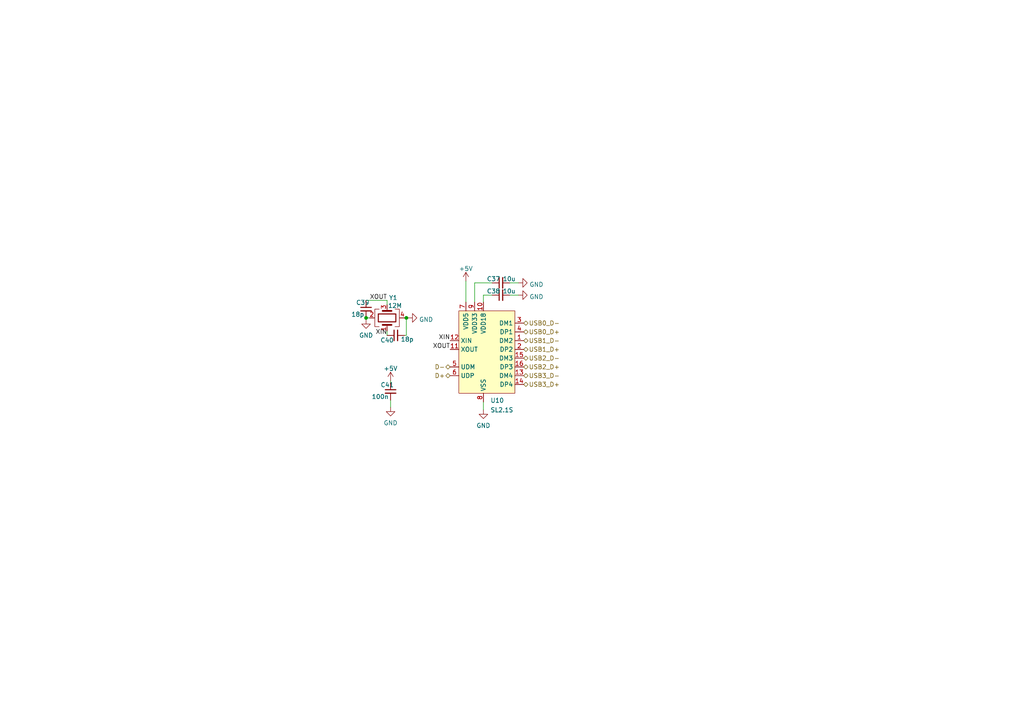
<source format=kicad_sch>
(kicad_sch (version 20230121) (generator eeschema)
  (paper "A4")
  (lib_symbols
    (symbol "Device:C_Small" (pin_numbers hide) (pin_names (offset 0.254) hide)
      (property "Reference" "C" (at 0.254 1.778 0))
      (property "Value" "C_Small" (at 0.254 -2.032 0))
      (symbol "C_Small_0_1"
        (polyline (pts (xy -1.524 -0.508) (xy 1.524 -0.508)) (stroke (width 0.3302)))
        (polyline (pts (xy -1.524 0.508) (xy 1.524 0.508)) (stroke (width 0.3048)))
      )
      (symbol "C_Small_1_1"
        (pin passive line (at 0 2.54 270) (length 2.032) (name "~") (number "1"))
        (pin passive line (at 0 -2.54 90) (length 2.032) (name "~") (number "2"))
      )
    )
    (symbol "Device:Crystal_GND24" (pin_names (offset 1.016) hide)
      (property "Reference" "Y" (at 3.175 5.08 0))
      (property "Value" "Crystal_GND24" (at 3.175 3.175 0))
      (symbol "Crystal_GND24_0_1"
        (rectangle (start -1.143 2.54) (end 1.143 -2.54) (stroke (width 0.3048)))
        (polyline (pts (xy -2.54 0) (xy -2.032 0)))
        (polyline (pts (xy -2.032 -1.27) (xy -2.032 1.27)) (stroke (width 0.508)))
        (polyline (pts (xy 0 -3.81) (xy 0 -3.556)))
        (polyline (pts (xy 0 3.556) (xy 0 3.81)))
        (polyline (pts (xy 2.032 -1.27) (xy 2.032 1.27)) (stroke (width 0.508)))
        (polyline (pts (xy 2.032 0) (xy 2.54 0)))
        (polyline (pts (xy -2.54 -2.286) (xy -2.54 -3.556) (xy 2.54 -3.556) (xy 2.54 -2.286)))
        (polyline (pts (xy -2.54 2.286) (xy -2.54 3.556) (xy 2.54 3.556) (xy 2.54 2.286)))
      )
      (symbol "Crystal_GND24_1_1"
        (pin passive line (at -3.81 0 0) (length 1.27) (name "1") (number "1"))
        (pin passive line (at 0 5.08 270) (length 1.27) (name "2") (number "2"))
        (pin passive line (at 3.81 0 180) (length 1.27) (name "3") (number "3"))
        (pin passive line (at 0 -5.08 90) (length 1.27) (name "4") (number "4"))
      )
    )
    (symbol "SymLib:SL2.1S"
      (property "Reference" "U" (at 5.08 13.716 0))
      (property "Value" "SL2.1S" (at -11.684 15.24 0))
      (symbol "SL2.1S_0_1"
        (rectangle (start -8.636 12.192) (end 7.62 -11.684) (stroke (width 0.1524)) (fill (type background)))
      )
      (symbol "SL2.1S_1_1"
        (pin bidirectional line (at 10.16 3.556 180) (length 2.54) (name "DM2") (number "1"))
        (pin power_in line (at -1.524 14.732 270) (length 2.54) (name "VDD18") (number "10"))
        (pin input line (at -11.176 1.016 0) (length 2.54) (name "XOUT") (number "11"))
        (pin input line (at -11.176 3.556 0) (length 2.54) (name "XIN") (number "12"))
        (pin bidirectional line (at 10.16 -6.604 180) (length 2.54) (name "DM4") (number "13"))
        (pin bidirectional line (at 10.16 -9.144 180) (length 2.54) (name "DP4") (number "14"))
        (pin bidirectional line (at 10.16 -1.524 180) (length 2.54) (name "DM3") (number "15"))
        (pin bidirectional line (at 10.16 -4.064 180) (length 2.54) (name "DP3") (number "16"))
        (pin bidirectional line (at 10.16 1.016 180) (length 2.54) (name "DP2") (number "2"))
        (pin bidirectional line (at 10.16 8.636 180) (length 2.54) (name "DM1") (number "3"))
        (pin bidirectional line (at 10.16 6.096 180) (length 2.54) (name "DP1") (number "4"))
        (pin bidirectional line (at -11.176 -4.064 0) (length 2.54) (name "UDM") (number "5"))
        (pin bidirectional line (at -11.176 -6.604 0) (length 2.54) (name "UDP") (number "6"))
        (pin power_in line (at -6.604 14.732 270) (length 2.54) (name "VDD5") (number "7"))
        (pin power_in line (at -1.524 -14.224 90) (length 2.54) (name "VSS") (number "8"))
        (pin power_in line (at -4.064 14.732 270) (length 2.54) (name "VDD33") (number "9"))
      )
    )
    (symbol "power:+5V" (power) (pin_names (offset 0))
      (property "Value" "+5V" (at 0 3.556 0))
      (symbol "+5V_0_1"
        (polyline (pts (xy -0.762 1.27) (xy 0 2.54)))
        (polyline (pts (xy 0 0) (xy 0 2.54)))
        (polyline (pts (xy 0 2.54) (xy 0.762 1.27)))
      )
      (symbol "+5V_1_1"
        (pin power_in line (at 0 0 90) (length 0) hide (name "+5V") (number "1"))
      )
    )
    (symbol "power:GND" (power) (pin_names (offset 0))
      (property "Value" "GND" (at 0 -3.81 0))
      (symbol "GND_0_1"
        (polyline (pts (xy 0 0) (xy 0 -1.27) (xy 1.27 -1.27) (xy 0 -2.54) (xy -1.27 -1.27) (xy 0 -1.27)))
      )
      (symbol "GND_1_1"
        (pin power_in line (at 0 0 270) (length 0) hide (name "GND") (number "1"))
      )
    )
  )
  (junction (at 106.172 92.202))
  (junction (at 117.856 92.202))
  (wire (pts (xy 106.172 92.202) (xy 106.172 92.71)))
  (wire (pts (xy 117.348 92.202) (xy 117.856 92.202)))
  (wire (pts (xy 106.172 87.122) (xy 112.268 87.122)))
  (wire (pts (xy 140.208 85.598) (xy 142.748 85.598)))
  (wire (pts (xy 117.348 97.282) (xy 117.856 97.282)))
  (wire (pts (xy 112.268 96.012) (xy 112.268 97.282)))
  (wire (pts (xy 147.828 82.042) (xy 150.368 82.042)))
  (wire (pts (xy 117.856 97.282) (xy 117.856 92.202)))
  (wire (pts (xy 135.128 81.534) (xy 135.128 87.63)))
  (wire (pts (xy 147.828 85.598) (xy 150.368 85.598)))
  (wire (pts (xy 113.284 110.49) (xy 113.284 110.998)))
  (wire (pts (xy 117.856 92.202) (xy 118.364 92.202)))
  (wire (pts (xy 140.208 116.586) (xy 140.208 118.872)))
  (wire (pts (xy 142.748 82.042) (xy 137.668 82.042)))
  (wire (pts (xy 137.668 82.042) (xy 137.668 87.63)))
  (wire (pts (xy 113.284 116.078) (xy 113.284 118.11)))
  (wire (pts (xy 140.208 87.63) (xy 140.208 85.598)))
  (wire (pts (xy 112.268 87.122) (xy 112.268 88.392)))
  (wire (pts (xy 106.172 92.202) (xy 107.188 92.202)))
  (label "XIN" (at 112.268 97.282 180))
  (label "XOUT" (at 130.556 101.346 180))
  (label "XOUT" (at 112.268 87.122 180))
  (label "XIN" (at 130.556 98.806 180))
  (hierarchical_label "USB0_D+" (shape bidirectional) (at 151.892 96.266 0))
  (hierarchical_label "USB0_D-" (shape bidirectional) (at 151.892 93.726 0))
  (hierarchical_label "D-" (shape bidirectional) (at 130.556 106.426 180))
  (hierarchical_label "USB1_D-" (shape bidirectional) (at 151.892 98.806 0))
  (hierarchical_label "USB3_D+" (shape bidirectional) (at 151.892 111.506 0))
  (hierarchical_label "D+" (shape bidirectional) (at 130.556 108.966 180))
  (hierarchical_label "USB1_D+" (shape bidirectional) (at 151.892 101.346 0))
  (hierarchical_label "USB3_D-" (shape bidirectional) (at 151.892 108.966 0))
  (hierarchical_label "USB2_D+" (shape bidirectional) (at 151.892 106.426 0))
  (hierarchical_label "USB2_D-" (shape bidirectional) (at 151.892 103.886 0))
  (symbol (lib_id "power:+5V") (at 135.128 81.534 0) (unit 1)
    (property "Reference" "#PWR039" (effects hide))
    (property "Value" "+5V" (at 135.128 77.9295 0))
  )
  (symbol (lib_id "power:GND") (at 106.172 92.71 0) (unit 1)
    (property "Reference" "#PWR043" (effects hide))
    (property "Value" "GND" (at 106.172 97.2725 0))
  )
  (symbol (lib_id "Device:Crystal_GND24") (at 112.268 92.202 90) (unit 1)
    (property "Reference" "Y1" (at 114.046 86.36 90))
    (property "Value" "12M" (at 114.554 88.646 90))
    (property "Footprint" "Crystal:Crystal_SMD_3225-4Pin_3.2x2.5mm" (effects hide))
  )
  (symbol (lib_id "power:GND") (at 118.364 92.202 90) (unit 1)
    (property "Reference" "#PWR042" (effects hide))
    (property "Value" "GND" (at 121.539 92.681 90) (effects (justify right)))
  )
  (symbol (lib_id "power:GND") (at 140.208 118.872 0) (unit 1)
    (property "Reference" "#PWR046" (effects hide))
    (property "Value" "GND" (at 140.208 123.4345 0))
  )
  (symbol (lib_id "Device:C_Small") (at 114.808 97.282 90) (unit 1)
    (property "Reference" "C40" (at 112.268 98.679 90))
    (property "Value" "18p" (at 118.11 98.425 90))
    (property "Footprint" "Capacitor_SMD:C_0603_1608Metric" (effects hide))
  )
  (symbol (lib_id "power:GND") (at 113.284 118.11 0) (unit 1)
    (property "Reference" "#PWR045" (effects hide))
    (property "Value" "GND" (at 113.284 122.6725 0))
  )
  (symbol (lib_id "SymLib:SL2.1S") (at 141.732 102.362 0) (unit 1)
    (property "Reference" "U10" (at 142.2274 116.1447 0) (effects (justify left)))
    (property "Value" "SL2.1S" (at 142.2274 118.9198 0) (effects (justify left)))
    (property "Footprint" "PcbLib:SL2.1S-SSOP-16" (effects hide))
  )
  (symbol (lib_id "power:+5V") (at 113.284 110.49 0) (unit 1)
    (property "Reference" "#PWR044" (effects hide))
    (property "Value" "+5V" (at 113.284 106.8855 0))
  )
  (symbol (lib_id "power:GND") (at 150.368 85.598 90) (unit 1)
    (property "Reference" "#PWR041" (effects hide))
    (property "Value" "GND" (at 153.543 86.077 90) (effects (justify right)))
  )
  (symbol (lib_id "Device:C_Small") (at 113.284 113.538 0) (unit 1)
    (property "Reference" "C41" (at 110.363 111.633 0) (effects (justify left)))
    (property "Value" "100n" (at 112.776 115.062 0) (effects (justify right)))
    (property "Footprint" "Capacitor_SMD:C_0603_1608Metric" (effects hide))
  )
  (symbol (lib_id "Device:C_Small") (at 145.288 85.598 90) (unit 1)
    (property "Reference" "C38" (at 143.129 84.455 90))
    (property "Value" "10u" (at 147.701 84.455 90))
    (property "Footprint" "Capacitor_SMD:C_0603_1608Metric" (effects hide))
  )
  (symbol (lib_id "power:GND") (at 150.368 82.042 90) (unit 1)
    (property "Reference" "#PWR040" (effects hide))
    (property "Value" "GND" (at 153.543 82.521 90) (effects (justify right)))
  )
  (symbol (lib_id "Device:C_Small") (at 106.172 89.662 0) (unit 1)
    (property "Reference" "C39" (at 103.251 87.757 0) (effects (justify left)))
    (property "Value" "18p" (at 105.664 91.186 0) (effects (justify right)))
    (property "Footprint" "Capacitor_SMD:C_0603_1608Metric" (effects hide))
  )
  (symbol (lib_id "Device:C_Small") (at 145.288 82.042 90) (unit 1)
    (property "Reference" "C37" (at 143.129 80.899 90))
    (property "Value" "10u" (at 147.701 80.899 90))
    (property "Footprint" "Capacitor_SMD:C_0603_1608Metric" (effects hide))
  )
)
</source>
